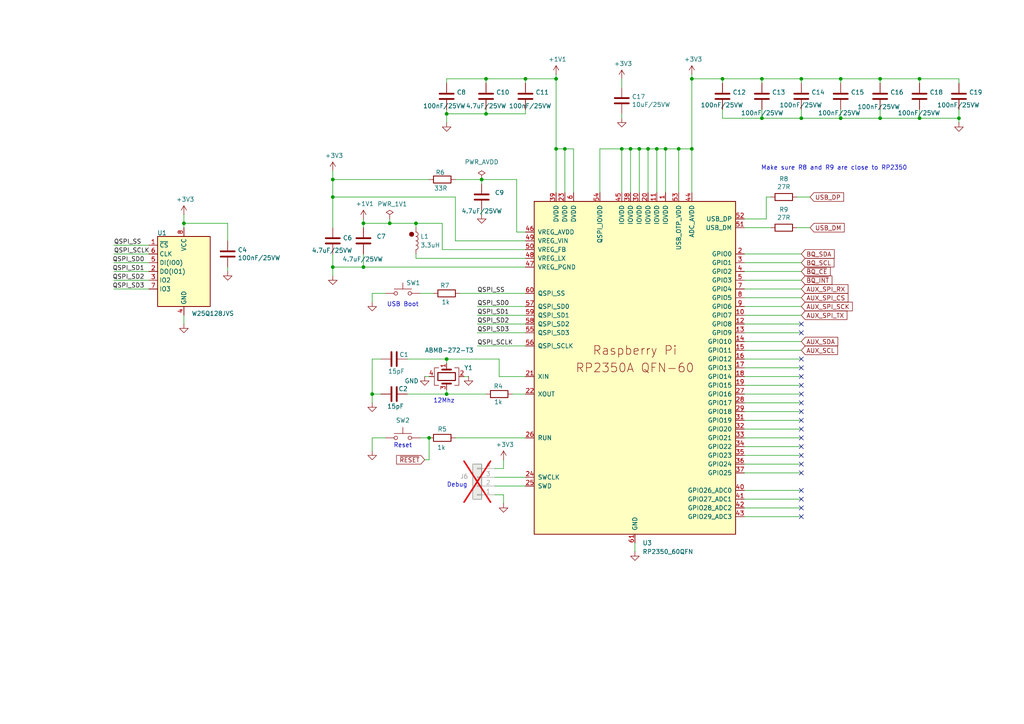
<source format=kicad_sch>
(kicad_sch (version 20231120) (generator "eeschema") (generator_version "8.0")
  (paper "A4")
  (title_block (title "Microcontroller") (date "2025-11-07") (rev "1.0") (company "Open Source Solutions Pty Ltd"))
  (lib_symbols
    (symbol "Connector_Generic:Conn_01x04" (pin_names (offset 1.016) hide)
      (property "Reference" "J" (at 0 5.08 0))
      (property "Value" "Conn_01x04" (at 0 -7.62 0))
      (symbol "Conn_01x04_1_1"
        (rectangle (start -1.27 -4.953) (end 0 -5.207) (stroke (width 0.1524)))
        (rectangle (start -1.27 -2.413) (end 0 -2.667) (stroke (width 0.1524)))
        (rectangle (start -1.27 0.127) (end 0 -0.127) (stroke (width 0.1524)))
        (rectangle (start -1.27 2.667) (end 0 2.413) (stroke (width 0.1524)))
        (rectangle (start -1.27 3.81) (end 1.27 -6.35) (stroke (width 0.254)) (fill (type background)))
        (pin passive line (at -5.08 2.54 0) (length 3.81) (name "Pin_1") (number "1"))
        (pin passive line (at -5.08 0 0) (length 3.81) (name "Pin_2") (number "2"))
        (pin passive line (at -5.08 -2.54 0) (length 3.81) (name "Pin_3") (number "3"))
        (pin passive line (at -5.08 -5.08 0) (length 3.81) (name "Pin_4") (number "4"))
      )
    )
    (symbol "Device:C" (pin_numbers hide) (pin_names (offset 0.254))
      (property "Reference" "C" (at 0.635 2.54 0))
      (property "Value" "C" (at 0.635 -2.54 0))
      (symbol "C_0_1"
        (polyline (pts (xy -2.032 -0.762) (xy 2.032 -0.762)) (stroke (width 0.508)))
        (polyline (pts (xy -2.032 0.762) (xy 2.032 0.762)) (stroke (width 0.508)))
      )
      (symbol "C_1_1"
        (pin passive line (at 0 3.81 270) (length 2.794) (name "~") (number "1"))
        (pin passive line (at 0 -3.81 90) (length 2.794) (name "~") (number "2"))
      )
    )
    (symbol "Device:Crystal_GND24" (pin_names (offset 1.016) hide)
      (property "Reference" "Y" (at 3.175 5.08 0))
      (property "Value" "Crystal_GND24" (at 3.175 3.175 0))
      (symbol "Crystal_GND24_0_1"
        (rectangle (start -1.143 2.54) (end 1.143 -2.54) (stroke (width 0.3048)))
        (polyline (pts (xy -2.54 0) (xy -2.032 0)))
        (polyline (pts (xy -2.032 -1.27) (xy -2.032 1.27)) (stroke (width 0.508)))
        (polyline (pts (xy 0 -3.81) (xy 0 -3.556)))
        (polyline (pts (xy 0 3.556) (xy 0 3.81)))
        (polyline (pts (xy 2.032 -1.27) (xy 2.032 1.27)) (stroke (width 0.508)))
        (polyline (pts (xy 2.032 0) (xy 2.54 0)))
        (polyline (pts (xy -2.54 -2.286) (xy -2.54 -3.556) (xy 2.54 -3.556) (xy 2.54 -2.286)))
        (polyline (pts (xy -2.54 2.286) (xy -2.54 3.556) (xy 2.54 3.556) (xy 2.54 2.286)))
      )
      (symbol "Crystal_GND24_1_1"
        (pin passive line (at -3.81 0 0) (length 1.27) (name "1") (number "1"))
        (pin passive line (at 0 5.08 270) (length 1.27) (name "2") (number "2"))
        (pin passive line (at 3.81 0 180) (length 1.27) (name "3") (number "3"))
        (pin passive line (at 0 -5.08 90) (length 1.27) (name "4") (number "4"))
      )
    )
    (symbol "Device:L" (pin_numbers hide) (pin_names (offset 1.016) hide)
      (property "Reference" "L" (at -1.27 0 90))
      (property "Value" "L" (at 1.905 0 90))
      (symbol "L_0_1"
        (arc (start 0 -2.54) (mid 0.6323 -1.905) (end 0 -1.27))
        (arc (start 0 -1.27) (mid 0.6323 -0.635) (end 0 0))
        (arc (start 0 0) (mid 0.6323 0.635) (end 0 1.27))
        (arc (start 0 1.27) (mid 0.6323 1.905) (end 0 2.54))
      )
      (symbol "L_1_1"
        (pin passive line (at 0 3.81 270) (length 1.27) (name "1") (number "1"))
        (pin passive line (at 0 -3.81 90) (length 1.27) (name "2") (number "2"))
      )
    )
    (symbol "Device:R" (pin_numbers hide) (pin_names (offset 0))
      (property "Reference" "R" (at 2.032 0 90))
      (property "Value" "R" (at 0 0 90))
      (symbol "R_0_1"
        (rectangle (start -1.016 -2.54) (end 1.016 2.54) (stroke (width 0.254)))
      )
      (symbol "R_1_1"
        (pin passive line (at 0 3.81 270) (length 1.27) (name "~") (number "1"))
        (pin passive line (at 0 -3.81 90) (length 1.27) (name "~") (number "2"))
      )
    )
    (symbol "MCU_RaspberryPi_RP2350:RP2350_60QFN" (pin_names (offset 1.016))
      (property "Reference" "U" (at -29.21 49.53 0))
      (property "Value" "RP2350_60QFN" (at 24.13 -49.53 0))
      (symbol "RP2350_60QFN_0_0"
        (text "Raspberry Pi" (at 0 5.08 0) (effects (font (size 2.54 2.54))))
      )
      (symbol "RP2350_60QFN_0_1"
        (rectangle (start 29.21 48.26) (end -29.21 -48.26) (stroke (width 0.254)) (fill (type background)))
      )
      (symbol "RP2350_60QFN_1_0"
        (text "RP2350A QFN-60" (at 0 0 0) (effects (font (size 2.54 2.54))))
      )
      (symbol "RP2350_60QFN_1_1"
        (pin power_in line (at 8.89 50.8 270) (length 2.54) (name "IOVDD") (number "1"))
        (pin bidirectional line (at 31.75 15.24 180) (length 2.54) (name "GPIO7") (number "10"))
        (pin power_in line (at 6.35 50.8 270) (length 2.54) (name "IOVDD") (number "11"))
        (pin bidirectional line (at 31.75 12.7 180) (length 2.54) (name "GPIO8") (number "12"))
        (pin bidirectional line (at 31.75 10.16 180) (length 2.54) (name "GPIO9") (number "13"))
        (pin bidirectional line (at 31.75 7.62 180) (length 2.54) (name "GPIO10") (number "14"))
        (pin bidirectional line (at 31.75 5.08 180) (length 2.54) (name "GPIO11") (number "15"))
        (pin bidirectional line (at 31.75 2.54 180) (length 2.54) (name "GPIO12") (number "16"))
        (pin bidirectional line (at 31.75 0 180) (length 2.54) (name "GPIO13") (number "17"))
        (pin bidirectional line (at 31.75 -2.54 180) (length 2.54) (name "GPIO14") (number "18"))
        (pin bidirectional line (at 31.75 -5.08 180) (length 2.54) (name "GPIO15") (number "19"))
        (pin bidirectional line (at 31.75 33.02 180) (length 2.54) (name "GPIO0") (number "2"))
        (pin power_in line (at 3.81 50.8 270) (length 2.54) (name "IOVDD") (number "20"))
        (pin input line (at -31.75 -2.54 0) (length 2.54) (name "XIN") (number "21"))
        (pin passive line (at -31.75 -7.62 0) (length 2.54) (name "XOUT") (number "22"))
        (pin power_in line (at -20.32 50.8 270) (length 2.54) (name "DVDD") (number "23"))
        (pin output line (at -31.75 -31.75 0) (length 2.54) (name "SWCLK") (number "24"))
        (pin bidirectional line (at -31.75 -34.29 0) (length 2.54) (name "SWD") (number "25"))
        (pin input line (at -31.75 -20.32 0) (length 2.54) (name "RUN") (number "26"))
        (pin bidirectional line (at 31.75 -7.62 180) (length 2.54) (name "GPIO16") (number "27"))
        (pin bidirectional line (at 31.75 -10.16 180) (length 2.54) (name "GPIO17") (number "28"))
        (pin bidirectional line (at 31.75 -12.7 180) (length 2.54) (name "GPIO18") (number "29"))
        (pin bidirectional line (at 31.75 30.48 180) (length 2.54) (name "GPIO1") (number "3"))
        (pin power_in line (at 1.27 50.8 270) (length 2.54) (name "IOVDD") (number "30"))
        (pin bidirectional line (at 31.75 -15.24 180) (length 2.54) (name "GPIO19") (number "31"))
        (pin bidirectional line (at 31.75 -17.78 180) (length 2.54) (name "GPIO20") (number "32"))
        (pin bidirectional line (at 31.75 -20.32 180) (length 2.54) (name "GPIO21") (number "33"))
        (pin bidirectional line (at 31.75 -22.86 180) (length 2.54) (name "GPIO22") (number "34"))
        (pin bidirectional line (at 31.75 -25.4 180) (length 2.54) (name "GPIO23") (number "35"))
        (pin bidirectional line (at 31.75 -27.94 180) (length 2.54) (name "GPIO24") (number "36"))
        (pin bidirectional line (at 31.75 -30.48 180) (length 2.54) (name "GPIO25") (number "37"))
        (pin power_in line (at -1.27 50.8 270) (length 2.54) (name "IOVDD") (number "38"))
        (pin power_in line (at -22.86 50.8 270) (length 2.54) (name "DVDD") (number "39"))
        (pin bidirectional line (at 31.75 27.94 180) (length 2.54) (name "GPIO2") (number "4"))
        (pin bidirectional line (at 31.75 -35.56 180) (length 2.54) (name "GPIO26_ADC0") (number "40"))
        (pin bidirectional line (at 31.75 -38.1 180) (length 2.54) (name "GPIO27_ADC1") (number "41"))
        (pin bidirectional line (at 31.75 -40.64 180) (length 2.54) (name "GPIO28_ADC2") (number "42"))
        (pin bidirectional line (at 31.75 -43.18 180) (length 2.54) (name "GPIO29_ADC3") (number "43"))
        (pin power_in line (at 16.51 50.8 270) (length 2.54) (name "ADC_AVDD") (number "44"))
        (pin power_in line (at -3.81 50.8 270) (length 2.54) (name "IOVDD") (number "45"))
        (pin power_in line (at -31.75 39.37 0) (length 2.54) (name "VREG_AVDD") (number "46"))
        (pin power_in line (at -31.75 29.21 0) (length 2.54) (name "VREG_PGND") (number "47"))
        (pin power_out line (at -31.75 31.75 0) (length 2.54) (name "VREG_LX") (number "48"))
        (pin power_in line (at -31.75 36.83 0) (length 2.54) (name "VREG_VIN") (number "49"))
        (pin bidirectional line (at 31.75 25.4 180) (length 2.54) (name "GPIO3") (number "5"))
        (pin input line (at -31.75 34.29 0) (length 2.54) (name "VREG_FB") (number "50"))
        (pin bidirectional line (at 31.75 40.64 180) (length 2.54) (name "USB_DM") (number "51"))
        (pin bidirectional line (at 31.75 43.18 180) (length 2.54) (name "USB_DP") (number "52"))
        (pin power_in line (at 12.7 50.8 270) (length 2.54) (name "USB_OTP_VDD") (number "53"))
        (pin power_in line (at -10.16 50.8 270) (length 2.54) (name "QSPI_IOVDD") (number "54"))
        (pin bidirectional line (at -31.75 10.16 0) (length 2.54) (name "QSPI_SD3") (number "55"))
        (pin output line (at -31.75 6.35 0) (length 2.54) (name "QSPI_SCLK") (number "56"))
        (pin bidirectional line (at -31.75 17.78 0) (length 2.54) (name "QSPI_SD0") (number "57"))
        (pin bidirectional line (at -31.75 12.7 0) (length 2.54) (name "QSPI_SD2") (number "58"))
        (pin bidirectional line (at -31.75 15.24 0) (length 2.54) (name "QSPI_SD1") (number "59"))
        (pin power_in line (at -17.78 50.8 270) (length 2.54) (name "DVDD") (number "6"))
        (pin bidirectional line (at -31.75 21.59 0) (length 2.54) (name "QSPI_SS") (number "60"))
        (pin power_in line (at 0 -50.8 90) (length 2.54) (name "GND") (number "61"))
        (pin bidirectional line (at 31.75 22.86 180) (length 2.54) (name "GPIO4") (number "7"))
        (pin bidirectional line (at 31.75 20.32 180) (length 2.54) (name "GPIO5") (number "8"))
        (pin bidirectional line (at 31.75 17.78 180) (length 2.54) (name "GPIO6") (number "9"))
      )
    )
    (symbol "Memory_Flash:W25Q128JVS"
      (property "Reference" "U" (at -6.35 11.43 0))
      (property "Value" "W25Q128JVS" (at 7.62 11.43 0))
      (symbol "W25Q128JVS_0_1"
        (rectangle (start -7.62 10.16) (end 7.62 -10.16) (stroke (width 0.254)) (fill (type background)))
      )
      (symbol "W25Q128JVS_1_1"
        (pin input line (at -10.16 7.62 0) (length 2.54) (name "~{CS}") (number "1"))
        (pin bidirectional line (at -10.16 0 0) (length 2.54) (name "DO(IO1)") (number "2"))
        (pin bidirectional line (at -10.16 -2.54 0) (length 2.54) (name "IO2") (number "3"))
        (pin power_in line (at 0 -12.7 90) (length 2.54) (name "GND") (number "4"))
        (pin bidirectional line (at -10.16 2.54 0) (length 2.54) (name "DI(IO0)") (number "5"))
        (pin input line (at -10.16 5.08 0) (length 2.54) (name "CLK") (number "6"))
        (pin bidirectional line (at -10.16 -5.08 0) (length 2.54) (name "IO3") (number "7"))
        (pin power_in line (at 0 12.7 270) (length 2.54) (name "VCC") (number "8"))
      )
    )
    (symbol "Switch:SW_Push" (pin_numbers hide) (pin_names (offset 1.016) hide)
      (property "Reference" "SW" (at 1.27 2.54 0))
      (property "Value" "SW_Push" (at 0 -1.524 0))
      (symbol "SW_Push_0_1"
        (circle (center -2.032 0) (radius 0.508))
        (polyline (pts (xy 0 1.27) (xy 0 3.048)))
        (polyline (pts (xy 2.54 1.27) (xy -2.54 1.27)))
        (circle (center 2.032 0) (radius 0.508))
        (pin passive line (at -5.08 0 0) (length 2.54) (name "1") (number "1"))
        (pin passive line (at 5.08 0 180) (length 2.54) (name "2") (number "2"))
      )
    )
    (symbol "power:+1V1" (power) (pin_numbers hide) (pin_names (offset 0) hide)
      (property "Value" "+1V1" (at 0 3.556 0))
      (symbol "+1V1_0_1"
        (polyline (pts (xy -0.762 1.27) (xy 0 2.54)))
        (polyline (pts (xy 0 0) (xy 0 2.54)))
        (polyline (pts (xy 0 2.54) (xy 0.762 1.27)))
      )
      (symbol "+1V1_1_1"
        (pin power_in line (at 0 0 90) (length 0) (name "~") (number "1"))
      )
    )
    (symbol "power:+3V3" (power) (pin_numbers hide) (pin_names (offset 0) hide)
      (property "Value" "+3V3" (at 0 3.556 0))
      (symbol "+3V3_0_1"
        (polyline (pts (xy -0.762 1.27) (xy 0 2.54)))
        (polyline (pts (xy 0 0) (xy 0 2.54)))
        (polyline (pts (xy 0 2.54) (xy 0.762 1.27)))
      )
      (symbol "+3V3_1_1"
        (pin power_in line (at 0 0 90) (length 0) (name "~") (number "1"))
      )
    )
    (symbol "power:GND" (power) (pin_numbers hide) (pin_names (offset 0) hide)
      (property "Value" "GND" (at 0 -3.81 0))
      (symbol "GND_0_1"
        (polyline (pts (xy 0 0) (xy 0 -1.27) (xy 1.27 -1.27) (xy 0 -2.54) (xy -1.27 -1.27) (xy 0 -1.27)))
      )
      (symbol "GND_1_1"
        (pin power_in line (at 0 0 270) (length 0) (name "~") (number "1"))
      )
    )
    (symbol "power:PWR_FLAG" (power) (pin_numbers hide) (pin_names (offset 0) hide)
      (property "Value" "PWR_FLAG" (at 0 3.81 0))
      (symbol "PWR_FLAG_0_0"
        (pin power_out line (at 0 0 90) (length 0) (name "~") (number "1"))
      )
      (symbol "PWR_FLAG_0_1"
        (polyline (pts (xy 0 0) (xy 0 1.27) (xy -1.016 1.905) (xy 0 2.54) (xy 1.016 1.905) (xy 0 1.27)))
      )
    )
  )
  (junction (at 113.03 64.77))
  (junction (at 232.41 22.86))
  (junction (at 209.55 22.86))
  (junction (at 187.96 43.18))
  (junction (at 190.5 43.18))
  (junction (at 107.95 114.3))
  (junction (at 193.04 43.18))
  (junction (at 152.4 22.86))
  (junction (at 232.41 34.29))
  (junction (at 180.34 43.18))
  (junction (at 129.54 33.02))
  (junction (at 140.97 22.86))
  (junction (at 129.54 114.3))
  (junction (at 140.97 33.02))
  (junction (at 266.7 34.29))
  (junction (at 129.54 104.14))
  (junction (at 200.66 43.18))
  (junction (at 182.88 43.18))
  (junction (at 196.85 43.18))
  (junction (at 243.84 34.29))
  (junction (at 161.29 43.18))
  (junction (at 53.34 64.77))
  (junction (at 96.52 57.15))
  (junction (at 255.27 34.29))
  (junction (at 139.7 52.07))
  (junction (at 161.29 22.86))
  (junction (at 278.13 34.29))
  (junction (at 96.52 52.07))
  (junction (at 255.27 22.86))
  (junction (at 200.66 22.86))
  (junction (at 220.98 22.86))
  (junction (at 243.84 22.86))
  (junction (at 105.41 77.47))
  (junction (at 105.41 64.77))
  (junction (at 185.42 43.18))
  (junction (at 120.65 64.77))
  (junction (at 220.98 34.29))
  (junction (at 163.83 43.18))
  (junction (at 124.46 127))
  (junction (at 266.7 22.86))
  (junction (at 96.52 77.47))
  (no_connect (at 232.41 149.86))
  (no_connect (at 232.41 119.38))
  (no_connect (at 232.41 129.54))
  (no_connect (at 232.41 144.78))
  (no_connect (at 232.41 111.76))
  (no_connect (at 232.41 114.3))
  (no_connect (at 232.41 104.14))
  (no_connect (at 232.41 121.92))
  (no_connect (at 232.41 147.32))
  (no_connect (at 232.41 106.68))
  (no_connect (at 232.41 137.16))
  (no_connect (at 232.41 93.98))
  (no_connect (at 232.41 132.08))
  (no_connect (at 232.41 109.22))
  (no_connect (at 232.41 142.24))
  (no_connect (at 232.41 124.46))
  (no_connect (at 232.41 116.84))
  (no_connect (at 232.41 96.52))
  (no_connect (at 232.41 127))
  (no_connect (at 232.41 134.62))
  (wire (pts (xy 129.54 114.3) (xy 140.97 114.3)))
  (wire (pts (xy 118.11 114.3) (xy 129.54 114.3)))
  (wire (pts (xy 53.34 91.44) (xy 53.34 93.98)))
  (wire (pts (xy 105.41 77.47) (xy 152.4 77.47)))
  (wire (pts (xy 215.9 81.28) (xy 232.41 81.28)))
  (wire (pts (xy 149.86 67.31) (xy 152.4 67.31)))
  (wire (pts (xy 133.35 85.09) (xy 152.4 85.09)))
  (wire (pts (xy 143.51 140.97) (xy 152.4 140.97)))
  (wire (pts (xy 200.66 43.18) (xy 200.66 55.88)))
  (wire (pts (xy 243.84 24.13) (xy 243.84 22.86)))
  (wire (pts (xy 139.7 52.07) (xy 139.7 53.34)))
  (wire (pts (xy 200.66 22.86) (xy 209.55 22.86)))
  (wire (pts (xy 143.51 135.89) (xy 146.05 135.89)))
  (wire (pts (xy 255.27 34.29) (xy 243.84 34.29)))
  (wire (pts (xy 220.98 22.86) (xy 232.41 22.86)))
  (wire (pts (xy 120.65 64.77) (xy 120.65 66.04)))
  (wire (pts (xy 215.9 147.32) (xy 232.41 147.32)))
  (wire (pts (xy 152.4 24.13) (xy 152.4 22.86)))
  (wire (pts (xy 123.19 133.35) (xy 124.46 133.35)))
  (wire (pts (xy 173.99 55.88) (xy 173.99 43.18)))
  (wire (pts (xy 107.95 104.14) (xy 107.95 114.3)))
  (wire (pts (xy 182.88 55.88) (xy 182.88 43.18)))
  (wire (pts (xy 187.96 43.18) (xy 190.5 43.18)))
  (wire (pts (xy 232.41 24.13) (xy 232.41 22.86)))
  (wire (pts (xy 161.29 22.86) (xy 161.29 43.18)))
  (wire (pts (xy 105.41 73.66) (xy 105.41 77.47)))
  (wire (pts (xy 215.9 73.66) (xy 232.41 73.66)))
  (wire (pts (xy 144.78 109.22) (xy 152.4 109.22)))
  (wire (pts (xy 232.41 31.75) (xy 232.41 34.29)))
  (wire (pts (xy 33.02 71.12) (xy 43.18 71.12)))
  (wire (pts (xy 161.29 43.18) (xy 161.29 55.88)))
  (wire (pts (xy 231.14 66.04) (xy 234.95 66.04)))
  (wire (pts (xy 123.19 109.22) (xy 124.46 109.22)))
  (wire (pts (xy 139.7 52.07) (xy 149.86 52.07)))
  (wire (pts (xy 149.86 52.07) (xy 149.86 67.31)))
  (wire (pts (xy 152.4 100.33) (xy 138.43 100.33)))
  (wire (pts (xy 255.27 22.86) (xy 266.7 22.86)))
  (wire (pts (xy 143.51 143.51) (xy 146.05 143.51)))
  (wire (pts (xy 215.9 91.44) (xy 232.41 91.44)))
  (wire (pts (xy 107.95 87.63) (xy 107.95 85.09)))
  (wire (pts (xy 180.34 22.86) (xy 180.34 25.4)))
  (wire (pts (xy 215.9 83.82) (xy 232.41 83.82)))
  (wire (pts (xy 110.49 104.14) (xy 107.95 104.14)))
  (wire (pts (xy 129.54 104.14) (xy 144.78 104.14)))
  (wire (pts (xy 96.52 57.15) (xy 96.52 66.04)))
  (wire (pts (xy 96.52 49.53) (xy 96.52 52.07)))
  (wire (pts (xy 215.9 88.9) (xy 232.41 88.9)))
  (wire (pts (xy 193.04 43.18) (xy 193.04 55.88)))
  (wire (pts (xy 215.9 116.84) (xy 232.41 116.84)))
  (wire (pts (xy 182.88 43.18) (xy 185.42 43.18)))
  (wire (pts (xy 148.59 114.3) (xy 152.4 114.3)))
  (wire (pts (xy 215.9 144.78) (xy 232.41 144.78)))
  (wire (pts (xy 138.43 91.44) (xy 152.4 91.44)))
  (wire (pts (xy 215.9 101.6) (xy 232.41 101.6)))
  (wire (pts (xy 138.43 96.52) (xy 152.4 96.52)))
  (wire (pts (xy 215.9 66.04) (xy 223.52 66.04)))
  (wire (pts (xy 222.25 57.15) (xy 222.25 63.5)))
  (wire (pts (xy 134.62 109.22) (xy 135.89 109.22)))
  (wire (pts (xy 66.04 69.85) (xy 66.04 64.77)))
  (wire (pts (xy 278.13 24.13) (xy 278.13 22.86)))
  (wire (pts (xy 215.9 93.98) (xy 232.41 93.98)))
  (wire (pts (xy 187.96 55.88) (xy 187.96 43.18)))
  (wire (pts (xy 152.4 72.39) (xy 128.27 72.39)))
  (wire (pts (xy 163.83 55.88) (xy 163.83 43.18)))
  (wire (pts (xy 278.13 31.75) (xy 278.13 34.29)))
  (wire (pts (xy 255.27 31.75) (xy 255.27 34.29)))
  (wire (pts (xy 33.02 76.2) (xy 43.18 76.2)))
  (wire (pts (xy 180.34 55.88) (xy 180.34 43.18)))
  (wire (pts (xy 215.9 109.22) (xy 232.41 109.22)))
  (wire (pts (xy 121.92 127) (xy 124.46 127)))
  (wire (pts (xy 190.5 55.88) (xy 190.5 43.18)))
  (wire (pts (xy 215.9 104.14) (xy 232.41 104.14)))
  (wire (pts (xy 220.98 31.75) (xy 220.98 34.29)))
  (wire (pts (xy 96.52 77.47) (xy 105.41 77.47)))
  (wire (pts (xy 215.9 137.16) (xy 232.41 137.16)))
  (wire (pts (xy 129.54 113.03) (xy 129.54 114.3)))
  (wire (pts (xy 180.34 43.18) (xy 182.88 43.18)))
  (wire (pts (xy 180.34 33.02) (xy 180.34 34.29)))
  (wire (pts (xy 209.55 31.75) (xy 209.55 34.29)))
  (wire (pts (xy 209.55 22.86) (xy 220.98 22.86)))
  (wire (pts (xy 232.41 34.29) (xy 220.98 34.29)))
  (wire (pts (xy 215.9 129.54) (xy 232.41 129.54)))
  (wire (pts (xy 124.46 127) (xy 124.46 133.35)))
  (wire (pts (xy 96.52 57.15) (xy 132.08 57.15)))
  (wire (pts (xy 243.84 22.86) (xy 255.27 22.86)))
  (wire (pts (xy 105.41 63.5) (xy 105.41 64.77)))
  (wire (pts (xy 215.9 114.3) (xy 232.41 114.3)))
  (wire (pts (xy 129.54 33.02) (xy 129.54 35.56)))
  (wire (pts (xy 266.7 34.29) (xy 255.27 34.29)))
  (wire (pts (xy 146.05 133.35) (xy 146.05 135.89)))
  (wire (pts (xy 215.9 119.38) (xy 232.41 119.38)))
  (wire (pts (xy 255.27 24.13) (xy 255.27 22.86)))
  (wire (pts (xy 215.9 124.46) (xy 232.41 124.46)))
  (wire (pts (xy 33.02 73.66) (xy 43.18 73.66)))
  (wire (pts (xy 215.9 132.08) (xy 232.41 132.08)))
  (wire (pts (xy 215.9 134.62) (xy 232.41 134.62)))
  (wire (pts (xy 132.08 69.85) (xy 152.4 69.85)))
  (wire (pts (xy 107.95 127) (xy 111.76 127)))
  (wire (pts (xy 121.92 85.09) (xy 125.73 85.09)))
  (wire (pts (xy 129.54 31.75) (xy 129.54 33.02)))
  (wire (pts (xy 107.95 85.09) (xy 111.76 85.09)))
  (wire (pts (xy 209.55 24.13) (xy 209.55 22.86)))
  (wire (pts (xy 278.13 34.29) (xy 278.13 35.56)))
  (wire (pts (xy 266.7 24.13) (xy 266.7 22.86)))
  (wire (pts (xy 215.9 96.52) (xy 232.41 96.52)))
  (wire (pts (xy 118.11 104.14) (xy 129.54 104.14)))
  (wire (pts (xy 129.54 105.41) (xy 129.54 104.14)))
  (wire (pts (xy 107.95 130.81) (xy 107.95 127)))
  (wire (pts (xy 243.84 31.75) (xy 243.84 34.29)))
  (wire (pts (xy 146.05 143.51) (xy 146.05 146.05)))
  (wire (pts (xy 96.52 52.07) (xy 124.46 52.07)))
  (wire (pts (xy 120.65 74.93) (xy 152.4 74.93)))
  (wire (pts (xy 140.97 22.86) (xy 152.4 22.86)))
  (wire (pts (xy 163.83 43.18) (xy 166.37 43.18)))
  (wire (pts (xy 113.03 64.77) (xy 120.65 64.77)))
  (wire (pts (xy 53.34 62.23) (xy 53.34 64.77)))
  (wire (pts (xy 243.84 34.29) (xy 232.41 34.29)))
  (wire (pts (xy 96.52 73.66) (xy 96.52 77.47)))
  (wire (pts (xy 163.83 43.18) (xy 161.29 43.18)))
  (wire (pts (xy 231.14 57.15) (xy 234.95 57.15)))
  (wire (pts (xy 200.66 22.86) (xy 200.66 43.18)))
  (wire (pts (xy 266.7 22.86) (xy 278.13 22.86)))
  (wire (pts (xy 129.54 24.13) (xy 129.54 22.86)))
  (wire (pts (xy 96.52 52.07) (xy 96.52 57.15)))
  (wire (pts (xy 132.08 52.07) (xy 139.7 52.07)))
  (wire (pts (xy 193.04 43.18) (xy 196.85 43.18)))
  (wire (pts (xy 152.4 33.02) (xy 152.4 31.75)))
  (wire (pts (xy 196.85 55.88) (xy 196.85 43.18)))
  (wire (pts (xy 138.43 93.98) (xy 152.4 93.98)))
  (wire (pts (xy 113.03 63.5) (xy 113.03 64.77)))
  (wire (pts (xy 143.51 138.43) (xy 152.4 138.43)))
  (wire (pts (xy 161.29 21.59) (xy 161.29 22.86)))
  (wire (pts (xy 105.41 66.04) (xy 105.41 64.77)))
  (wire (pts (xy 66.04 77.47) (xy 66.04 78.74)))
  (wire (pts (xy 222.25 57.15) (xy 223.52 57.15)))
  (wire (pts (xy 200.66 21.59) (xy 200.66 22.86)))
  (wire (pts (xy 140.97 33.02) (xy 152.4 33.02)))
  (wire (pts (xy 215.9 142.24) (xy 232.41 142.24)))
  (wire (pts (xy 132.08 57.15) (xy 132.08 69.85)))
  (wire (pts (xy 215.9 63.5) (xy 222.25 63.5)))
  (wire (pts (xy 220.98 24.13) (xy 220.98 22.86)))
  (wire (pts (xy 128.27 72.39) (xy 128.27 64.77)))
  (wire (pts (xy 232.41 22.86) (xy 243.84 22.86)))
  (wire (pts (xy 129.54 33.02) (xy 140.97 33.02)))
  (wire (pts (xy 139.7 62.23) (xy 139.7 60.96)))
  (wire (pts (xy 215.9 121.92) (xy 232.41 121.92)))
  (wire (pts (xy 215.9 127) (xy 232.41 127)))
  (wire (pts (xy 128.27 64.77) (xy 120.65 64.77)))
  (wire (pts (xy 144.78 104.14) (xy 144.78 109.22)))
  (wire (pts (xy 190.5 43.18) (xy 193.04 43.18)))
  (wire (pts (xy 215.9 149.86) (xy 232.41 149.86)))
  (wire (pts (xy 220.98 34.29) (xy 209.55 34.29)))
  (wire (pts (xy 173.99 43.18) (xy 180.34 43.18)))
  (wire (pts (xy 66.04 64.77) (xy 53.34 64.77)))
  (wire (pts (xy 266.7 34.29) (xy 278.13 34.29)))
  (wire (pts (xy 105.41 64.77) (xy 113.03 64.77)))
  (wire (pts (xy 215.9 106.68) (xy 232.41 106.68)))
  (wire (pts (xy 138.43 88.9) (xy 152.4 88.9)))
  (wire (pts (xy 166.37 43.18) (xy 166.37 55.88)))
  (wire (pts (xy 53.34 64.77) (xy 53.34 66.04)))
  (wire (pts (xy 215.9 99.06) (xy 232.41 99.06)))
  (wire (pts (xy 215.9 111.76) (xy 232.41 111.76)))
  (wire (pts (xy 96.52 77.47) (xy 96.52 80.01)))
  (wire (pts (xy 184.15 157.48) (xy 184.15 160.02)))
  (wire (pts (xy 140.97 24.13) (xy 140.97 22.86)))
  (wire (pts (xy 110.49 114.3) (xy 107.95 114.3)))
  (wire (pts (xy 129.54 22.86) (xy 140.97 22.86)))
  (wire (pts (xy 33.02 83.82) (xy 43.18 83.82)))
  (wire (pts (xy 152.4 22.86) (xy 161.29 22.86)))
  (wire (pts (xy 132.08 127) (xy 152.4 127)))
  (wire (pts (xy 266.7 31.75) (xy 266.7 34.29)))
  (wire (pts (xy 120.65 74.93) (xy 120.65 73.66)))
  (wire (pts (xy 33.02 81.28) (xy 43.18 81.28)))
  (wire (pts (xy 185.42 55.88) (xy 185.42 43.18)))
  (wire (pts (xy 140.97 31.75) (xy 140.97 33.02)))
  (wire (pts (xy 215.9 78.74) (xy 232.41 78.74)))
  (wire (pts (xy 185.42 43.18) (xy 187.96 43.18)))
  (wire (pts (xy 215.9 86.36) (xy 232.41 86.36)))
  (wire (pts (xy 196.85 43.18) (xy 200.66 43.18)))
  (wire (pts (xy 107.95 114.3) (xy 107.95 116.84)))
  (wire (pts (xy 215.9 76.2) (xy 232.41 76.2)))
  (wire (pts (xy 33.02 78.74) (xy 43.18 78.74)))
  (circle (center 119.38 67.945) (radius 0.635) (stroke (width 0) (color 132 0 0 1)) (fill (type color) (color 132 0 0 1)))
  (text "Debug" (at 132.588 140.716 0) (effects (font (size 1.27 1.27))))
  (text "Make sure R8 and R9 are close to RP2350\n" (at 220.726 49.53 0) (effects (font (size 1.27 1.27)) (justify left bottom)))
  (text "USB Boot" (at 116.84 88.392 0) (effects (font (size 1.27 1.27))))
  (text "Reset" (at 116.84 129.286 0) (effects (font (size 1.27 1.27))))
  (text "12Mhz" (at 128.778 116.332 0) (effects (font (size 1.27 1.27))))
  (label "QSPI_SD0" (at 138.43 88.9 0))
  (label "QSPI_SCLK" (at 33.02 73.66 0))
  (label "QSPI_SD2" (at 41.91 81.28 180))
  (label "QSPI_SS" (at 138.43 85.09 0))
  (label "QSPI_SD1" (at 138.43 91.44 0))
  (label "QSPI_SCLK" (at 138.43 100.33 0))
  (label "QSPI_SD2" (at 138.43 93.98 0))
  (label "QSPI_SD1" (at 41.91 78.74 180))
  (label "QSPI_SD0" (at 41.91 76.2 180))
  (label "QSPI_SD3" (at 41.91 83.82 180))
  (label "QSPI_SS" (at 33.02 71.12 0))
  (label "QSPI_SD3" (at 138.43 96.52 0))
  (global_label "~{BQ_CE}" (shape input) (at 232.41 78.74 0) (property "Intersheetrefs" "${INTERSHEET_REFS}" (effects (hide yes))))
  (global_label "AUX_SPI_CS" (shape input) (at 232.41 86.36 0) (property "Intersheetrefs" "${INTERSHEET_REFS}" (effects (hide yes))))
  (global_label "AUX_SCL" (shape input) (at 232.41 101.6 0) (property "Intersheetrefs" "${INTERSHEET_REFS}" (effects (hide yes))))
  (global_label "AUX_SPI_RX" (shape input) (at 232.41 83.82 0) (property "Intersheetrefs" "${INTERSHEET_REFS}" (effects (hide yes))))
  (global_label "AUX_SPI_SCK" (shape input) (at 232.41 88.9 0) (property "Intersheetrefs" "${INTERSHEET_REFS}" (effects (hide yes))))
  (global_label "USB_DP" (shape input) (at 234.95 57.15 0) (property "Intersheetrefs" "${INTERSHEET_REFS}" (effects (hide yes))))
  (global_label "AUX_SDA" (shape input) (at 232.41 99.06 0) (property "Intersheetrefs" "${INTERSHEET_REFS}" (effects (hide yes))))
  (global_label "BQ_SCL" (shape input) (at 232.41 76.2 0) (property "Intersheetrefs" "${INTERSHEET_REFS}" (effects (hide yes))))
  (global_label "~{BQ_INT}" (shape input) (at 232.41 81.28 0) (property "Intersheetrefs" "${INTERSHEET_REFS}" (effects (hide yes))))
  (global_label "BQ_SDA" (shape input) (at 232.41 73.66 0) (property "Intersheetrefs" "${INTERSHEET_REFS}" (effects (hide yes))))
  (global_label "~{RESET}" (shape input) (at 123.19 133.35 180) (property "Intersheetrefs" "${INTERSHEET_REFS}" (effects (hide yes))))
  (global_label "AUX_SPI_TX" (shape input) (at 232.41 91.44 0) (property "Intersheetrefs" "${INTERSHEET_REFS}" (effects (hide yes))))
  (global_label "USB_DM" (shape input) (at 234.95 66.04 0) (property "Intersheetrefs" "${INTERSHEET_REFS}" (effects (hide yes))))
  (symbol (lib_id "power:GND") (at 146.05 146.05 0) (unit 1)
    (property "Reference" "#PWR075" (effects (hide yes)))
    (property "Value" "GND" (effects (hide yes)))
    (property "Description" "Power symbol creates a global label with name \"GND\" , ground" (effects (hide yes)))
  )
  (symbol (lib_id "Device:C") (at 140.97 27.94 0) (unit 1)
    (property "Reference" "C10" (at 143.891 26.7716 0) (effects (justify left)))
    (property "Value" "4.7uF/25VW" (at 135.128 30.734 0) (effects (justify left)))
    (property "Footprint" "Capacitor_SMD:C_0805_2012Metric" (effects (hide yes)))
    (property "Description" "Unpolarized capacitor" (effects (hide yes)))
    (property "JLCPCB" "C1779" (effects (hide yes)))
  )
  (symbol (lib_id "power:GND") (at 107.95 130.81 0) (unit 1)
    (property "Reference" "#PWR016" (effects (hide yes)))
    (property "Value" "GND" (effects (hide yes)))
    (property "Description" "Power symbol creates a global label with name \"GND\" , ground" (effects (hide yes)))
  )
  (symbol (lib_id "power:GND") (at 123.19 109.22 0) (unit 1)
    (property "Reference" "#PWR03" (effects (hide yes)))
    (property "Value" "GND" (at 119.38 110.49 0))
    (property "Description" "Power symbol creates a global label with name \"GND\" , ground" (effects (hide yes)))
  )
  (symbol (lib_id "power:+3V3") (at 53.34 62.23 0) (unit 1)
    (property "Reference" "#PWR08" (effects (hide yes)))
    (property "Value" "+3V3" (at 53.721 57.8358 0))
    (property "Description" "Power symbol creates a global label with name \"+3V3\"" (effects (hide yes)))
  )
  (symbol (lib_id "power:GND") (at 180.34 34.29 0) (unit 1)
    (property "Reference" "#PWR025" (effects (hide yes)))
    (property "Value" "GND" (effects (hide yes)))
    (property "Description" "Power symbol creates a global label with name \"GND\" , ground" (effects (hide yes)))
  )
  (symbol (lib_id "power:PWR_FLAG") (at 139.7 52.07 0) (unit 1)
    (property "Reference" "#FLG02" (effects (hide yes)))
    (property "Value" "PWR_AVDD" (at 139.7 46.99 0))
    (property "Description" "Special symbol for telling ERC where power comes from" (effects (hide yes)))
  )
  (symbol (lib_id "Device:C") (at 209.55 27.94 0) (unit 1)
    (property "Reference" "C12" (at 212.471 26.7716 0) (effects (justify left)))
    (property "Value" "100nF/25VW" (at 203.2 30.48 0) (effects (justify left)))
    (property "Footprint" "Capacitor_SMD:C_0603_1608Metric" (effects (hide yes)))
    (property "Description" "Unpolarized capacitor" (effects (hide yes)))
    (property "JLCPCB" "C1590" (effects (hide yes)))
  )
  (symbol (lib_id "power:GND") (at 53.34 93.98 0) (unit 1)
    (property "Reference" "#PWR09" (effects (hide yes)))
    (property "Value" "GND" (effects (hide yes)))
    (property "Description" "Power symbol creates a global label with name \"GND\" , ground" (effects (hide yes)))
  )
  (symbol (lib_id "power:+3V3") (at 200.66 21.59 0) (unit 1)
    (property "Reference" "#PWR023" (effects (hide yes)))
    (property "Value" "+3V3" (at 201.041 17.1958 0))
    (property "Description" "Power symbol creates a global label with name \"+3V3\"" (effects (hide yes)))
  )
  (symbol (lib_id "Device:R") (at 144.78 114.3 270) (unit 1)
    (property "Reference" "R4" (at 144.526 112.014 90))
    (property "Value" "1k" (at 144.526 116.586 90))
    (property "Footprint" "Resistor_SMD:R_0603_1608Metric" (effects (hide yes)))
    (property "Description" "Resistor" (effects (hide yes)))
    (property "JLCPCB" "C21190" (effects (hide yes)))
  )
  (symbol (lib_id "Device:C") (at 96.52 69.85 0) (unit 1)
    (property "Reference" "C6" (at 99.441 69.0153 0) (effects (justify left)))
    (property "Value" "4.7uF/25VW" (at 90.424 72.644 0) (effects (justify left)))
    (property "Footprint" "Capacitor_SMD:C_0805_2012Metric" (effects (hide yes)))
    (property "Description" "Unpolarized capacitor" (effects (hide yes)))
    (property "JLCPCB" "C1779" (effects (hide yes)))
  )
  (symbol (lib_id "power:GND") (at 66.04 78.74 0) (unit 1)
    (property "Reference" "#PWR010" (effects (hide yes)))
    (property "Value" "GND" (effects (hide yes)))
    (property "Description" "Power symbol creates a global label with name \"GND\" , ground" (effects (hide yes)))
  )
  (symbol (lib_id "Device:C") (at 243.84 27.94 0) (unit 1)
    (property "Reference" "C15" (at 246.761 26.7716 0) (effects (justify left)))
    (property "Value" "100nF/25VW" (at 237.236 32.766 0) (effects (justify left)))
    (property "Footprint" "Capacitor_SMD:C_0603_1608Metric" (effects (hide yes)))
    (property "Description" "Unpolarized capacitor" (effects (hide yes)))
    (property "JLCPCB" "C1590" (effects (hide yes)))
  )
  (symbol (lib_id "Switch:SW_Push") (at 116.84 85.09 0) (unit 1)
    (property "Reference" "SW1" (at 121.92 82.042 0) (effects (justify right)))
    (property "Value" "SW_Push" (effects (hide yes)))
    (property "Footprint" "BidirectionalSupply:TS-1088-AR02016" (effects (hide yes)))
    (property "Description" "Push button switch, generic, two pins" (effects (hide yes)))
    (property "JLCPCB" "C720477" (effects (hide yes)))
  )
  (symbol (lib_id "power:GND") (at 107.95 87.63 0) (unit 1)
    (property "Reference" "#PWR018" (effects (hide yes)))
    (property "Value" "GND" (effects (hide yes)))
    (property "Description" "Power symbol creates a global label with name \"GND\" , ground" (effects (hide yes)))
  )
  (symbol (lib_id "power:GND") (at 96.52 80.01 0) (mirror y) (unit 1)
    (property "Reference" "#PWR015" (effects (hide yes)))
    (property "Value" "GND" (effects (hide yes)))
    (property "Description" "Power symbol creates a global label with name \"GND\" , ground" (effects (hide yes)))
  )
  (symbol (lib_id "power:PWR_FLAG") (at 113.03 63.5 0) (unit 1)
    (property "Reference" "#FLG03" (effects (hide yes)))
    (property "Value" "PWR_1V1" (at 113.792 59.182 0))
    (property "Description" "Special symbol for telling ERC where power comes from" (effects (hide yes)))
  )
  (symbol (lib_id "Device:C") (at 180.34 29.21 0) (unit 1)
    (property "Reference" "C17" (at 183.261 28.0416 0) (effects (justify left)))
    (property "Value" "10uF/25VW" (at 183.261 30.353 0) (effects (justify left)))
    (property "Footprint" "Capacitor_SMD:C_0805_2012Metric" (effects (hide yes)))
    (property "Description" "Unpolarized capacitor" (effects (hide yes)))
    (property "JLCPCB" "C15850" (effects (hide yes)))
  )
  (symbol (lib_id "Device:C") (at 220.98 27.94 0) (unit 1)
    (property "Reference" "C13" (at 223.901 26.7716 0) (effects (justify left)))
    (property "Value" "100nF/25VW" (at 214.884 32.766 0) (effects (justify left)))
    (property "Footprint" "Capacitor_SMD:C_0603_1608Metric" (effects (hide yes)))
    (property "Description" "Unpolarized capacitor" (effects (hide yes)))
    (property "JLCPCB" "C1590" (effects (hide yes)))
  )
  (symbol (lib_id "Device:C") (at 278.13 27.94 0) (unit 1)
    (property "Reference" "C19" (at 281.051 26.7716 0) (effects (justify left)))
    (property "Value" "100nF/25VW" (at 271.78 30.48 0) (effects (justify left)))
    (property "Footprint" "Capacitor_SMD:C_0603_1608Metric" (effects (hide yes)))
    (property "Description" "Unpolarized capacitor" (effects (hide yes)))
    (property "JLCPCB" "C1590" (effects (hide yes)))
  )
  (symbol (lib_id "power:GND") (at 139.7 62.23 0) (unit 1)
    (property "Reference" "#PWR020" (effects (hide yes)))
    (property "Value" "GND" (effects (hide yes)))
    (property "Description" "Power symbol creates a global label with name \"GND\" , ground" (effects (hide yes)))
  )
  (symbol (lib_id "Device:R") (at 129.54 85.09 270) (unit 1)
    (property "Reference" "R7" (at 129.032 82.804 90))
    (property "Value" "1k" (at 129.286 87.63 90))
    (property "Footprint" "Resistor_SMD:R_0603_1608Metric" (effects (hide yes)))
    (property "Description" "Resistor" (effects (hide yes)))
    (property "JLCPCB" "C21190" (effects (hide yes)))
  )
  (symbol (lib_id "power:GND") (at 135.89 109.22 0) (unit 1)
    (property "Reference" "#PWR06" (effects (hide yes)))
    (property "Value" "GND" (effects (hide yes)))
    (property "Description" "Power symbol creates a global label with name \"GND\" , ground" (effects (hide yes)))
  )
  (symbol (lib_id "Switch:SW_Push") (at 116.84 127 0) (unit 1)
    (property "Reference" "SW2" (at 116.84 121.92 0))
    (property "Value" "SW_Push" (effects (hide yes)))
    (property "Footprint" "BidirectionalSupply:TS-1088-AR02016" (effects (hide yes)))
    (property "Description" "Push button switch, generic, two pins" (effects (hide yes)))
    (property "JLCPCB" "C720477" (effects (hide yes)))
  )
  (symbol (lib_id "power:GND") (at 278.13 35.56 0) (mirror y) (unit 1)
    (property "Reference" "#PWR026" (effects (hide yes)))
    (property "Value" "GND" (effects (hide yes)))
    (property "Description" "Power symbol creates a global label with name \"GND\" , ground" (effects (hide yes)))
  )
  (symbol (lib_id "Device:L") (at 120.65 69.85 0) (unit 1)
    (property "Reference" "L1" (at 121.92 68.58 0) (effects (justify left)))
    (property "Value" "3.3uH" (at 121.92 71.12 0) (effects (justify left)))
    (property "Footprint" "RP2350_60QFN_minimal:L_pol_2016" (effects (hide yes)))
    (property "Description" "Inductor" (effects (hide yes)))
    (property "JLCPCB" "C42411119" (effects (hide yes)))
  )
  (symbol (lib_id "Device:C") (at 129.54 27.94 0) (unit 1)
    (property "Reference" "C8" (at 132.461 26.7716 0) (effects (justify left)))
    (property "Value" "100nF/25VW" (at 122.682 30.734 0) (effects (justify left)))
    (property "Footprint" "Capacitor_SMD:C_0603_1608Metric" (effects (hide yes)))
    (property "Description" "Unpolarized capacitor" (effects (hide yes)))
    (property "JLCPCB" "C1590" (effects (hide yes)))
  )
  (symbol (lib_id "power:GND") (at 107.95 116.84 0) (unit 1)
    (property "Reference" "#PWR01" (effects (hide yes)))
    (property "Value" "GND" (effects (hide yes)))
    (property "Description" "Power symbol creates a global label with name \"GND\" , ground" (effects (hide yes)))
  )
  (symbol (lib_id "power:+3V3") (at 146.05 133.35 0) (unit 1)
    (property "Reference" "#PWR074" (effects (hide yes)))
    (property "Value" "+3V3" (at 146.431 128.9558 0))
    (property "Description" "Power symbol creates a global label with name \"+3V3\"" (effects (hide yes)))
  )
  (symbol (lib_id "Device:R") (at 128.27 52.07 90) (unit 1)
    (property "Reference" "R6" (at 129.032 50.038 90) (effects (justify left)))
    (property "Value" "33R" (at 129.794 54.61 90) (effects (justify left)))
    (property "Footprint" "Resistor_SMD:R_0603_1608Metric" (effects (hide yes)))
    (property "Description" "Resistor" (effects (hide yes)))
    (property "JLCPCB" "C23140" (effects (hide yes)))
  )
  (symbol (lib_id "power:+3V3") (at 96.52 49.53 0) (unit 1)
    (property "Reference" "#PWR014" (effects (hide yes)))
    (property "Value" "+3V3" (at 96.901 45.1358 0))
    (property "Description" "Power symbol creates a global label with name \"+3V3\"" (effects (hide yes)))
  )
  (symbol (lib_id "power:+1V1") (at 161.29 21.59 0) (unit 1)
    (property "Reference" "#PWR021" (effects (hide yes)))
    (property "Value" "+1V1" (at 161.671 17.1958 0))
    (property "Description" "Power symbol creates a global label with name \"+1V1\"" (effects (hide yes)))
  )
  (symbol (lib_id "Device:C") (at 232.41 27.94 0) (unit 1)
    (property "Reference" "C14" (at 235.331 26.7716 0) (effects (justify left)))
    (property "Value" "100nF/25VW" (at 226.06 30.48 0) (effects (justify left)))
    (property "Footprint" "Capacitor_SMD:C_0603_1608Metric" (effects (hide yes)))
    (property "Description" "Unpolarized capacitor" (effects (hide yes)))
    (property "JLCPCB" "C1590" (effects (hide yes)))
  )
  (symbol (lib_id "Device:Crystal_GND24") (at 129.54 109.22 270) (unit 1)
    (property "Reference" "Y1" (at 134.62 106.68 90) (effects (justify left)))
    (property "Value" "ABM8-272-T3" (at 123.19 101.6 90) (effects (justify left)))
    (property "Footprint" "Crystal:Crystal_SMD_3225-4Pin_3.2x2.5mm" (effects (hide yes)))
    (property "Description" "Four pin crystal, GND on pins 2 and 4" (effects (hide yes)))
    (property "JLCPCB" "C20625731" (effects (hide yes)))
  )
  (symbol (lib_id "Device:R") (at 128.27 127 270) (unit 1)
    (property "Reference" "R5" (at 128.27 124.46 90))
    (property "Value" "1k" (at 128.016 129.794 90))
    (property "Footprint" "Resistor_SMD:R_0603_1608Metric" (effects (hide yes)))
    (property "Description" "Resistor" (effects (hide yes)))
    (property "JLCPCB" "C21190" (effects (hide yes)))
  )
  (symbol (lib_id "Device:C") (at 114.3 114.3 270) (unit 1)
    (property "Reference" "C2" (at 115.57 112.776 90) (effects (justify left)))
    (property "Value" "15pF" (at 112.268 117.856 90) (effects (justify left)))
    (property "Footprint" "Capacitor_SMD:C_0402_1005Metric" (effects (hide yes)))
    (property "Description" "Unpolarized capacitor" (effects (hide yes)))
    (property "JLCPCB" "C1548" (effects (hide yes)))
  )
  (symbol (lib_id "power:GND") (at 129.54 35.56 0) (unit 1)
    (property "Reference" "#PWR019" (effects (hide yes)))
    (property "Value" "GND" (effects (hide yes)))
    (property "Description" "Power symbol creates a global label with name \"GND\" , ground" (effects (hide yes)))
  )
  (symbol (lib_id "Device:C") (at 152.4 27.94 0) (unit 1)
    (property "Reference" "C11" (at 155.321 26.7716 0) (effects (justify left)))
    (property "Value" "100nF/25VW" (at 147.574 30.734 0) (effects (justify left)))
    (property "Footprint" "Capacitor_SMD:C_0603_1608Metric" (effects (hide yes)))
    (property "Description" "Unpolarized capacitor" (effects (hide yes)))
    (property "JLCPCB" "C1590" (effects (hide yes)))
  )
  (symbol (lib_id "Memory_Flash:W25Q128JVS") (at 53.34 78.74 0) (unit 1)
    (property "Reference" "U1" (at 46.99 67.564 0))
    (property "Value" "W25Q128JVS" (at 61.722 90.932 0))
    (property "Footprint" "Package_SO:SOIC-8_5.23x5.23mm_P1.27mm" (effects (hide yes)))
    (property "Datasheet" "https://www.winbond.com/resource-files/w25q128jv_dtr%20revc%2003272018%20plus.pdf" (effects (hide yes)))
    (property "Description" "128Mb Serial Flash Memory, Standard/Dual/Quad SPI, SOIC-8" (effects (hide yes)))
    (property "JLCPCB" "C97521" (effects (hide yes)))
  )
  (symbol (lib_id "Device:R") (at 227.33 57.15 270) (unit 1)
    (property "Reference" "R8" (at 227.33 51.8922 90))
    (property "Value" "27R" (at 227.33 54.2036 90))
    (property "Footprint" "Resistor_SMD:R_0603_1608Metric" (effects (hide yes)))
    (property "Description" "Resistor" (effects (hide yes)))
    (property "JLCPCB" "C25190" (effects (hide yes)))
  )
  (symbol (lib_id "Connector_Generic:Conn_01x04") (at 138.43 140.97 180) (unit 1) (dnp yes)
    (property "Reference" "J6" (at 134.62 138.176 0))
    (property "Value" "CON4" (effects (hide yes)))
    (property "Footprint" "Connector_PinHeader_2.54mm:PinHeader_1x04_P2.54mm_Vertical" (effects (hide yes)))
    (property "Description" "Generic connector, single row, 01x04, script generated (kicad-library-utils/schlib/autogen/connector/)" (effects (hide yes)))
  )
  (symbol (lib_id "MCU_RaspberryPi_RP2350:RP2350_60QFN") (at 184.15 106.68 0) (unit 1)
    (property "Reference" "U3" (at 186.3441 157.48 0) (effects (justify left)))
    (property "Value" "RP2350_60QFN" (at 186.3441 160.02 0) (effects (justify left)))
    (property "Footprint" "RP2350_60QFN_minimal:RP2350-QFN-60-1EP_7x7_P0.4mm_EP3.4x3.4mm_ThermalVias" (effects (hide yes)))
    (property "JLCPCB" "C42411118" (effects (hide yes)))
  )
  (symbol (lib_id "Device:C") (at 255.27 27.94 0) (unit 1)
    (property "Reference" "C16" (at 258.191 26.7716 0) (effects (justify left)))
    (property "Value" "100nF/25VW" (at 248.666 30.988 0) (effects (justify left)))
    (property "Footprint" "Capacitor_SMD:C_0603_1608Metric" (effects (hide yes)))
    (property "Description" "Unpolarized capacitor" (effects (hide yes)))
    (property "JLCPCB" "C1590" (effects (hide yes)))
  )
  (symbol (lib_id "Device:C") (at 114.3 104.14 270) (unit 1)
    (property "Reference" "C1" (at 115.824 102.87 90) (effects (justify left)))
    (property "Value" "15pF" (at 112.522 107.696 90) (effects (justify left)))
    (property "Footprint" "Capacitor_SMD:C_0402_1005Metric" (effects (hide yes)))
    (property "Description" "Unpolarized capacitor" (effects (hide yes)))
    (property "JLCPCB" "C1548" (effects (hide yes)))
  )
  (symbol (lib_id "Device:C") (at 66.04 73.66 0) (unit 1)
    (property "Reference" "C4" (at 68.961 72.4916 0) (effects (justify left)))
    (property "Value" "100nF/25VW" (at 68.961 74.803 0) (effects (justify left)))
    (property "Footprint" "Capacitor_SMD:C_0603_1608Metric" (effects (hide yes)))
    (property "Description" "Unpolarized capacitor" (effects (hide yes)))
    (property "JLCPCB" "C1590" (effects (hide yes)))
  )
  (symbol (lib_id "Device:R") (at 227.33 66.04 270) (unit 1)
    (property "Reference" "R9" (at 227.33 60.7822 90))
    (property "Value" "27R" (at 227.33 63.0936 90))
    (property "Footprint" "Resistor_SMD:R_0603_1608Metric" (effects (hide yes)))
    (property "Description" "Resistor" (effects (hide yes)))
    (property "JLCPCB" "C25190" (effects (hide yes)))
  )
  (symbol (lib_id "Device:C") (at 139.7 57.15 0) (unit 1)
    (property "Reference" "C9" (at 143.51 55.88 0) (effects (justify left)))
    (property "Value" "4.7uF/25VW" (at 133.858 61.214 0) (effects (justify left)))
    (property "Footprint" "Capacitor_SMD:C_0805_2012Metric" (effects (hide yes)))
    (property "Description" "Unpolarized capacitor" (effects (hide yes)))
    (property "JLCPCB" "C1779" (effects (hide yes)))
  )
  (symbol (lib_id "power:+3V3") (at 180.34 22.86 0) (unit 1)
    (property "Reference" "#PWR024" (effects (hide yes)))
    (property "Value" "+3V3" (at 180.721 18.4658 0))
    (property "Description" "Power symbol creates a global label with name \"+3V3\"" (effects (hide yes)))
  )
  (symbol (lib_id "power:+1V1") (at 105.41 63.5 0) (unit 1)
    (property "Reference" "#PWR017" (effects (hide yes)))
    (property "Value" "+1V1" (at 105.791 59.1058 0))
    (property "Description" "Power symbol creates a global label with name \"+1V1\"" (effects (hide yes)))
  )
  (symbol (lib_id "Device:C") (at 105.41 69.85 0) (unit 1)
    (property "Reference" "C7" (at 109.22 68.58 0) (effects (justify left)))
    (property "Value" "4.7uF/25VW" (at 99.314 75.184 0) (effects (justify left)))
    (property "Footprint" "Capacitor_SMD:C_0805_2012Metric" (effects (hide yes)))
    (property "Description" "Unpolarized capacitor" (effects (hide yes)))
    (property "JLCPCB" "C1779" (effects (hide yes)))
  )
  (symbol (lib_id "power:GND") (at 184.15 160.02 0) (unit 1)
    (property "Reference" "#PWR022" (effects (hide yes)))
    (property "Value" "GND" (effects (hide yes)))
    (property "Description" "Power symbol creates a global label with name \"GND\" , ground" (effects (hide yes)))
  )
  (symbol (lib_id "Device:C") (at 266.7 27.94 0) (unit 1)
    (property "Reference" "C18" (at 269.621 26.7716 0) (effects (justify left)))
    (property "Value" "100nF/25VW" (at 260.35 32.766 0) (effects (justify left)))
    (property "Footprint" "Capacitor_SMD:C_0603_1608Metric" (effects (hide yes)))
    (property "Description" "Unpolarized capacitor" (effects (hide yes)))
    (property "JLCPCB" "C1590" (effects (hide yes)))
  )
)
</source>
